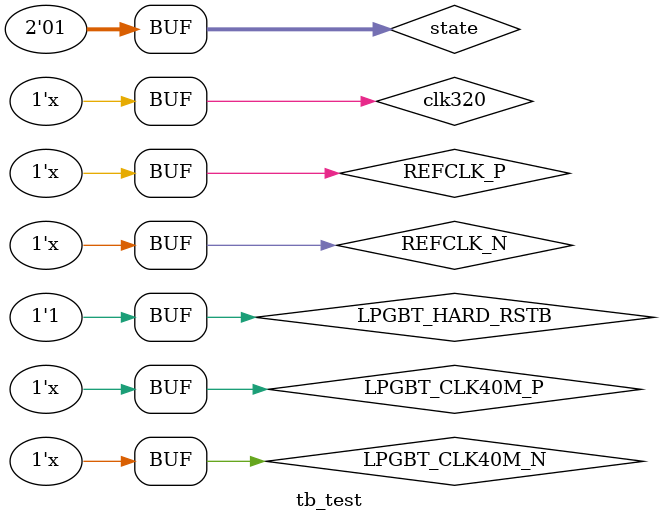
<source format=v>
`timescale 1ns / 1ps


`timescale 1ns / 1ps
//////////////////////////////////////////////////////////////////////////////////
// Company: 
// Engineer: 
// 
// Create Date: 2022/12/12 11:35:05
// Design Name: 
// Module Name: top_tb
// Project Name: 
// Target Devices: 
// Tool Versions: 
// Description: 
// 
// Dependencies: 
// 
// Revision:
// Revision 0.01 - File Created
// Additional Comments:
// 
//////////////////////////////////////////////////////////////////////////////////


module tb_test;
  reg  LPGBT_HARD_RSTB;  // From lpGBT GPIO
  reg  LPGBT_CLK40M_P;   // 40MHz from lpGBT ECLK
  wire  LPGBT_CLK40M_N;
  wire  FAST_CMD_P;       // From Timing lpGBT Elink
  wire  FAST_CMD_N;
  wire  [1:0]   TIMING_DOUT_P;    // To Timing lpGBT Elink
  wire  [1:0]   TIMING_DOUT_N;
  wire  [1:0]   LUMI_DOUT_P;      // To Lumi lpGBT Elink
  wire  [1:0]   LUMI_DOUT_N;
  // reg   [3:1]   I2C_ADDR;         // Config by PEB
  // reg  I2C_SCL;          // From Timing lpGBT I2C master
  // wire           I2C_SDA;
  // // Test
  // wire   [2:0]   DIPSW;            // Switch SW1
  // wire   [1:0]   TESTPIN;          // Connector J1
  // wire  [2:1]   TP;               
  reg  REFCLK_P;         // Local OSC; 200MHz
  wire  REFCLK_N;
  reg [1:0] state;

  parameter per_40 = 25.0;
  parameter per_200 = 5.0;
  parameter per_320 = 3.125;

  reg clk320;

  initial begin   
    LPGBT_CLK40M_P <= 1'b0;
    REFCLK_P <= 1'b0;
    clk320 <= 1'b0;
    LPGBT_HARD_RSTB <= 1'b1;
    #20 LPGBT_HARD_RSTB <= 1'b0;
    #20 LPGBT_HARD_RSTB <= 1'b1;
  end

    initial begin
        state = 2'b01;
        #30000 state = 2'b10;
        #30000 state = 2'b11;
        #30000 state = 2'b00;
        #30000 state = 2'b01;
    end


  always begin
    #(per_40/2) LPGBT_CLK40M_P = ~LPGBT_CLK40M_P;
  end
  assign LPGBT_CLK40M_N = ~LPGBT_CLK40M_P;

  always begin
    #(per_200/2) REFCLK_P = ~REFCLK_P;
  end
  assign REFCLK_N = ~REFCLK_P;

  always begin
    #(per_320/2) clk320 = ~clk320;
  end

  reg [7:0] DL_source;
  always @(posedge clk320) begin
    if(!LPGBT_HARD_RSTB) begin
      DL_source <= 8'h01;
    end    
    else begin
      DL_source <= {DL_source[6:0],DL_source[7]^DL_source[6]};
    end
  end
  
  assign FAST_CMD_P = DL_source[7];
  assign FAST_CMD_N = ~DL_source[7];

  top test_inst(
    .LPGBT_HARD_RSTB(LPGBT_HARD_RSTB),  // From lpGBT GPIO
    .LPGBT_CLK40M_P(LPGBT_CLK40M_P),   // 40MHz from lpGBT ECLK
    .LPGBT_CLK40M_N(LPGBT_CLK40M_N),
    .FAST_CMD_P(FAST_CMD_P),       // From Timing lpGBT Elink
    .FAST_CMD_N(FAST_CMD_N),
    .TIMING_DOUT_P(TIMING_DOUT_P),    // To Timing lpGBT Elink
    .TIMING_DOUT_N(TIMING_DOUT_N),
    .LUMI_DOUT_P(LUMI_DOUT_P),      // To Lumi lpGBT Elink
    .LUMI_DOUT_N(LUMI_DOUT_N),
    .I2C_ADDR(),         // Config by PEB
    .I2C_SCL(),          // From Timing lpGBT I2C master
    .I2C_SDA(),
    // Test
    .DIPSW(),            // Switch SW1
    .TESTPIN(),          // Connector J1
    .TP(),               
    .REFCLK_P(REFCLK_P),         // Local OSC, 200MHz
    .REFCLK_N(REFCLK_N)
  );


endmodule


</source>
